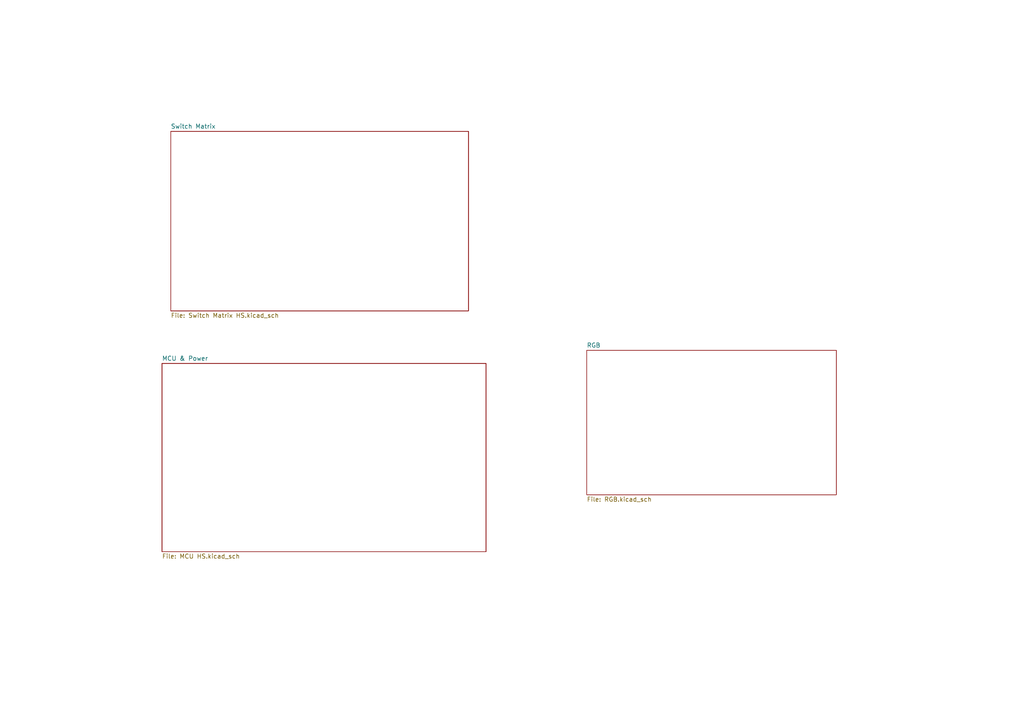
<source format=kicad_sch>
(kicad_sch (version 20230121) (generator eeschema)
  (paper "A4")
  (lib_symbols)
  (sheet (at 170.18 101.6) (size 72.39 41.91) (stroke (width 0.1524))
    (property "Sheetname" "RGB" (at 170.18 100.8884 0) (effects (justify left bottom)))
    (property "Sheetfile" "RGB.kicad_sch" (at 170.18 144.0946 0) (effects (justify left top)))
  )
  (sheet (at 49.53 38.1) (size 86.36 52.07) (stroke (width 0.1524))
    (property "Sheetname" "Switch Matrix" (at 49.53 37.3884 0) (effects (justify left bottom)))
    (property "Sheetfile" "Switch Matrix HS.kicad_sch" (at 49.53 90.7546 0) (effects (justify left top)))
  )
  (sheet (at 46.99 105.41) (size 93.98 54.61) (stroke (width 0.1524))
    (property "Sheetname" "MCU & Power" (at 46.99 104.6984 0) (effects (justify left bottom)))
    (property "Sheetfile" "MCU HS.kicad_sch" (at 46.99 160.6046 0) (effects (justify left top)))
  )
)
</source>
